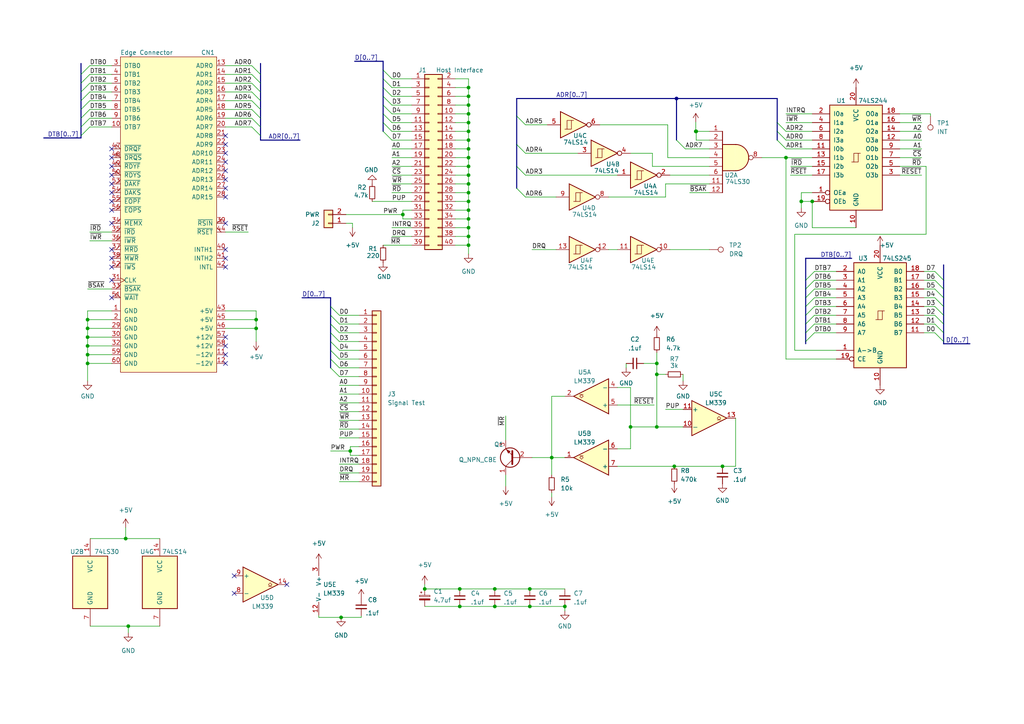
<source format=kicad_sch>
(kicad_sch (version 20211123) (generator eeschema)
  (paper "A4")
  (title_block (title "QX-10/16 WD1002 Host Interface") (date "2022-04-10") (rev "1.0"))
  (bus_alias "DTBUS" (members "DTB_{0}" "DTB_{1}" "DTB_{2}" "DTB_{3}" "DTB_{4}" "DTB_{5}" "DTB_{6}" "DTB_{7}"))
  (junction (at 133.35 170.815))
  (junction (at 153.67 175.895))
  (junction (at 235.585 58.42))
  (junction (at 135.89 27.94))
  (junction (at 196.215 28.575))
  (junction (at 135.89 43.18))
  (junction (at 143.51 170.815))
  (junction (at 135.89 50.8))
  (junction (at 135.89 38.1))
  (junction (at 135.89 40.64))
  (junction (at 135.89 58.42))
  (junction (at 135.89 60.96))
  (junction (at 133.35 175.895))
  (junction (at 25.4 97.79))
  (junction (at 201.803 38.1))
  (junction (at 25.4 102.87))
  (junction (at 74.295 95.25))
  (junction (at 37.211 181.61))
  (junction (at 135.89 33.02))
  (junction (at 201.93 38.1))
  (junction (at 190.5 105.41))
  (junction (at 25.4 105.41))
  (junction (at 135.89 66.04))
  (junction (at 123.19 170.815))
  (junction (at 163.83 175.895))
  (junction (at 135.89 35.56))
  (junction (at 98.933 179.07))
  (junction (at 195.58 135.255))
  (junction (at 25.4 100.33))
  (junction (at 25.4 92.71))
  (junction (at 190.5 123.825))
  (junction (at 135.89 25.4))
  (junction (at 135.89 53.34))
  (junction (at 143.51 175.895))
  (junction (at 135.89 55.88))
  (junction (at 36.449 156.21))
  (junction (at 135.89 71.12))
  (junction (at 74.295 92.71))
  (junction (at 101.6 130.81))
  (junction (at 160.02 132.715))
  (junction (at 135.89 45.72))
  (junction (at 232.41 58.42))
  (junction (at 209.55 135.255))
  (junction (at 135.89 30.48))
  (junction (at 25.4 95.25))
  (junction (at 116.84 62.23))
  (junction (at 135.89 63.5))
  (junction (at 135.89 48.26))
  (junction (at 153.67 170.815))
  (junction (at 227.965 45.72))
  (junction (at 182.88 123.825))
  (junction (at 190.5 108.585))
  (junction (at 135.89 68.58))
  (no_connect (at 32.385 72.39))
  (no_connect (at 32.385 74.93))
  (no_connect (at 32.385 77.47))
  (no_connect (at 32.385 53.34))
  (no_connect (at 32.385 55.88))
  (no_connect (at 32.385 58.42))
  (no_connect (at 32.385 60.96))
  (no_connect (at 32.385 64.77))
  (no_connect (at 32.385 43.18))
  (no_connect (at 32.385 45.72))
  (no_connect (at 32.385 48.26))
  (no_connect (at 32.385 50.8))
  (no_connect (at 65.405 44.45))
  (no_connect (at 65.405 72.39))
  (no_connect (at 65.405 77.47))
  (no_connect (at 65.405 74.93))
  (no_connect (at 65.405 57.15))
  (no_connect (at 65.405 54.61))
  (no_connect (at 65.405 52.07))
  (no_connect (at 65.405 49.53))
  (no_connect (at 65.405 46.99))
  (no_connect (at 65.405 39.37))
  (no_connect (at 65.405 41.91))
  (no_connect (at 83.185 169.545))
  (no_connect (at 67.945 172.085))
  (no_connect (at 32.385 81.28))
  (no_connect (at 32.385 86.36))
  (no_connect (at 67.945 167.005))
  (no_connect (at 65.405 105.41))
  (no_connect (at 65.405 102.87))
  (no_connect (at 65.405 97.79))
  (no_connect (at 65.405 100.33))
  (no_connect (at 65.405 64.77))
  (bus_entry (at 23.495 24.13) (size 2.54 -2.54))
  (bus_entry (at 23.495 34.29) (size 2.54 -2.54))
  (bus_entry (at 73.025 31.75) (size 2.54 2.54))
  (bus_entry (at 95.885 96.52) (size 2.54 2.54))
  (bus_entry (at 271.145 93.98) (size 2.54 2.54))
  (bus_entry (at 271.145 88.9) (size 2.54 2.54))
  (bus_entry (at 23.495 39.37) (size 2.54 -2.54))
  (bus_entry (at 73.025 21.59) (size 2.54 2.54))
  (bus_entry (at 23.495 21.59) (size 2.54 -2.54))
  (bus_entry (at 95.885 99.06) (size 2.54 2.54))
  (bus_entry (at 73.025 36.83) (size 2.54 2.54))
  (bus_entry (at 271.145 96.52) (size 2.54 2.54))
  (bus_entry (at 95.885 106.68) (size 2.54 2.54))
  (bus_entry (at 233.68 86.36) (size 2.54 -2.54))
  (bus_entry (at 111.125 25.4) (size 2.54 2.54))
  (bus_entry (at 111.125 27.94) (size 2.54 2.54))
  (bus_entry (at 111.125 38.1) (size 2.54 2.54))
  (bus_entry (at 111.125 20.32) (size 2.54 2.54))
  (bus_entry (at 111.125 22.86) (size 2.54 2.54))
  (bus_entry (at 111.125 35.56) (size 2.54 2.54))
  (bus_entry (at 111.125 33.02) (size 2.54 2.54))
  (bus_entry (at 111.125 30.48) (size 2.54 2.54))
  (bus_entry (at 73.025 19.05) (size 2.54 2.54))
  (bus_entry (at 95.885 101.6) (size 2.54 2.54))
  (bus_entry (at 271.145 91.44) (size 2.54 2.54))
  (bus_entry (at 95.885 93.98) (size 2.54 2.54))
  (bus_entry (at 233.68 88.9) (size 2.54 -2.54))
  (bus_entry (at 271.145 83.82) (size 2.54 2.54))
  (bus_entry (at 23.495 26.67) (size 2.54 -2.54))
  (bus_entry (at 95.885 88.9) (size 2.54 2.54))
  (bus_entry (at 233.68 83.82) (size 2.54 -2.54))
  (bus_entry (at 73.025 34.29) (size 2.54 2.54))
  (bus_entry (at 95.885 104.14) (size 2.54 2.54))
  (bus_entry (at 73.025 29.21) (size 2.54 2.54))
  (bus_entry (at 95.885 91.44) (size 2.54 2.54))
  (bus_entry (at 271.145 86.36) (size 2.54 2.54))
  (bus_entry (at 198.755 43.18) (size -2.54 -2.54))
  (bus_entry (at 227.965 43.18) (size -2.54 -2.54))
  (bus_entry (at 227.965 40.64) (size -2.54 -2.54))
  (bus_entry (at 227.965 38.1) (size -2.54 -2.54))
  (bus_entry (at 233.68 93.98) (size 2.54 -2.54))
  (bus_entry (at 271.145 78.74) (size 2.54 2.54))
  (bus_entry (at 233.68 81.28) (size 2.54 -2.54))
  (bus_entry (at 23.495 29.21) (size 2.54 -2.54))
  (bus_entry (at 271.145 81.28) (size 2.54 2.54))
  (bus_entry (at 23.495 36.83) (size 2.54 -2.54))
  (bus_entry (at 233.68 99.06) (size 2.54 -2.54))
  (bus_entry (at 149.86 33.655) (size 2.54 2.54))
  (bus_entry (at 149.86 41.91) (size 2.54 2.54))
  (bus_entry (at 149.86 48.26) (size 2.54 2.54))
  (bus_entry (at 149.86 54.61) (size 2.54 2.54))
  (bus_entry (at 73.025 26.67) (size 2.54 2.54))
  (bus_entry (at 233.68 91.44) (size 2.54 -2.54))
  (bus_entry (at 73.025 24.13) (size 2.54 2.54))
  (bus_entry (at 23.495 31.75) (size 2.54 -2.54))
  (bus_entry (at 233.68 96.52) (size 2.54 -2.54))
  (bus (pts (xy 233.68 74.93) (xy 247.015 74.93)))
  (wire (pts (xy 74.295 92.71) (xy 74.295 95.25)))
  (wire (pts (xy 182.88 123.825) (xy 182.88 130.175)))
  (wire (pts (xy 26.035 24.13) (xy 32.385 24.13)))
  (wire (pts (xy 113.665 48.26) (xy 119.38 48.26)))
  (bus (pts (xy 87.63 86.36) (xy 95.885 86.36)))
  (bus (pts (xy 75.565 18.415) (xy 75.565 21.59)))
  (wire (pts (xy 132.08 38.1) (xy 135.89 38.1)))
  (wire (pts (xy 25.4 92.71) (xy 32.385 92.71)))
  (wire (pts (xy 236.22 78.74) (xy 242.57 78.74)))
  (wire (pts (xy 143.51 170.815) (xy 153.67 170.815)))
  (wire (pts (xy 176.53 57.15) (xy 193.04 57.15)))
  (wire (pts (xy 260.985 43.18) (xy 267.335 43.18)))
  (wire (pts (xy 132.08 45.72) (xy 135.89 45.72)))
  (wire (pts (xy 26.035 31.75) (xy 32.385 31.75)))
  (wire (pts (xy 65.405 29.21) (xy 73.025 29.21)))
  (wire (pts (xy 132.08 58.42) (xy 135.89 58.42)))
  (wire (pts (xy 101.6 129.54) (xy 101.6 130.81)))
  (wire (pts (xy 205.74 53.34) (xy 193.04 53.34)))
  (bus (pts (xy 225.425 38.1) (xy 225.425 35.56)))
  (bus (pts (xy 273.685 86.36) (xy 273.685 88.9)))
  (bus (pts (xy 75.565 31.75) (xy 75.565 34.29)))
  (bus (pts (xy 111.125 20.32) (xy 111.125 17.78)))
  (wire (pts (xy 160.02 114.935) (xy 160.02 132.715)))
  (wire (pts (xy 227.965 33.02) (xy 235.585 33.02)))
  (wire (pts (xy 119.38 60.96) (xy 116.84 60.96)))
  (wire (pts (xy 65.405 36.83) (xy 73.025 36.83)))
  (wire (pts (xy 229.235 50.8) (xy 235.585 50.8)))
  (wire (pts (xy 98.425 137.16) (xy 104.14 137.16)))
  (wire (pts (xy 135.89 33.02) (xy 135.89 35.56)))
  (wire (pts (xy 260.985 50.8) (xy 267.335 50.8)))
  (wire (pts (xy 132.08 55.88) (xy 135.89 55.88)))
  (wire (pts (xy 65.405 92.71) (xy 74.295 92.71)))
  (bus (pts (xy 273.685 96.52) (xy 273.685 99.06)))
  (wire (pts (xy 65.405 90.17) (xy 74.295 90.17)))
  (wire (pts (xy 179.07 135.255) (xy 195.58 135.255)))
  (wire (pts (xy 132.08 53.34) (xy 135.89 53.34)))
  (wire (pts (xy 98.425 119.38) (xy 104.14 119.38)))
  (wire (pts (xy 132.08 68.58) (xy 135.89 68.58)))
  (wire (pts (xy 198.755 43.18) (xy 205.74 43.18)))
  (bus (pts (xy 75.565 40.64) (xy 86.995 40.64)))
  (bus (pts (xy 95.885 91.44) (xy 95.885 88.9)))
  (wire (pts (xy 260.985 45.72) (xy 267.335 45.72)))
  (wire (pts (xy 65.405 95.25) (xy 74.295 95.25)))
  (bus (pts (xy 273.685 91.44) (xy 273.685 93.98)))
  (bus (pts (xy 75.565 24.13) (xy 75.565 26.67)))
  (wire (pts (xy 113.665 55.88) (xy 119.38 55.88)))
  (wire (pts (xy 190.5 123.825) (xy 198.12 123.825)))
  (wire (pts (xy 267.97 91.44) (xy 271.145 91.44)))
  (wire (pts (xy 260.985 40.64) (xy 267.335 40.64)))
  (wire (pts (xy 111.125 71.12) (xy 119.38 71.12)))
  (wire (pts (xy 25.4 83.82) (xy 32.385 83.82)))
  (wire (pts (xy 267.97 93.98) (xy 271.145 93.98)))
  (bus (pts (xy 95.885 96.52) (xy 95.885 93.98)))
  (bus (pts (xy 149.86 28.575) (xy 196.215 28.575)))
  (bus (pts (xy 233.68 83.82) (xy 233.68 86.36)))
  (wire (pts (xy 260.985 33.02) (xy 269.875 33.02)))
  (wire (pts (xy 123.19 170.815) (xy 133.35 170.815)))
  (wire (pts (xy 65.405 19.05) (xy 73.025 19.05)))
  (wire (pts (xy 101.6 130.81) (xy 101.6 132.08)))
  (wire (pts (xy 152.4 50.8) (xy 179.07 50.8)))
  (wire (pts (xy 98.425 121.92) (xy 104.14 121.92)))
  (wire (pts (xy 113.665 45.72) (xy 119.38 45.72)))
  (bus (pts (xy 111.125 27.94) (xy 111.125 25.4)))
  (wire (pts (xy 236.22 81.28) (xy 242.57 81.28)))
  (wire (pts (xy 163.83 132.715) (xy 160.02 132.715)))
  (bus (pts (xy 233.68 81.28) (xy 233.68 83.82)))
  (bus (pts (xy 273.685 99.695) (xy 281.305 99.695)))
  (wire (pts (xy 267.97 86.36) (xy 271.145 86.36)))
  (wire (pts (xy 74.295 95.25) (xy 74.295 99.06)))
  (bus (pts (xy 233.68 99.06) (xy 233.68 99.695)))
  (wire (pts (xy 102.235 64.77) (xy 102.235 66.04)))
  (wire (pts (xy 135.89 38.1) (xy 135.89 40.64)))
  (wire (pts (xy 194.31 50.8) (xy 205.74 50.8)))
  (wire (pts (xy 98.933 179.07) (xy 104.775 179.07)))
  (wire (pts (xy 25.4 97.79) (xy 25.4 100.33)))
  (bus (pts (xy 75.565 21.59) (xy 75.565 24.13)))
  (wire (pts (xy 100.33 62.23) (xy 116.84 62.23)))
  (wire (pts (xy 26.035 67.31) (xy 32.385 67.31)))
  (bus (pts (xy 273.685 83.82) (xy 273.685 86.36)))
  (wire (pts (xy 116.84 62.23) (xy 116.84 63.5)))
  (wire (pts (xy 163.83 114.935) (xy 160.02 114.935)))
  (wire (pts (xy 190.5 108.585) (xy 193.04 108.585)))
  (wire (pts (xy 132.08 30.48) (xy 135.89 30.48)))
  (wire (pts (xy 133.35 175.895) (xy 143.51 175.895)))
  (wire (pts (xy 132.08 48.26) (xy 135.89 48.26)))
  (wire (pts (xy 113.665 50.8) (xy 119.38 50.8)))
  (wire (pts (xy 232.41 58.42) (xy 232.41 60.325)))
  (wire (pts (xy 98.425 109.22) (xy 104.14 109.22)))
  (wire (pts (xy 236.22 96.52) (xy 242.57 96.52)))
  (bus (pts (xy 95.885 104.14) (xy 95.885 101.6)))
  (bus (pts (xy 225.425 40.64) (xy 225.425 38.1)))
  (wire (pts (xy 190.5 105.41) (xy 190.5 108.585)))
  (wire (pts (xy 201.803 38.1) (xy 201.803 35.433)))
  (bus (pts (xy 111.125 30.48) (xy 111.125 27.94)))
  (wire (pts (xy 135.89 43.18) (xy 135.89 45.72)))
  (wire (pts (xy 227.965 45.72) (xy 227.965 104.14)))
  (wire (pts (xy 190.5 108.585) (xy 190.5 123.825)))
  (wire (pts (xy 205.74 38.1) (xy 201.93 38.1)))
  (wire (pts (xy 267.97 81.28) (xy 271.145 81.28)))
  (wire (pts (xy 227.965 104.14) (xy 242.57 104.14)))
  (bus (pts (xy 23.495 39.37) (xy 23.495 40.005)))
  (wire (pts (xy 135.89 22.86) (xy 135.89 25.4)))
  (wire (pts (xy 74.295 90.17) (xy 74.295 92.71)))
  (wire (pts (xy 133.35 170.815) (xy 143.51 170.815)))
  (bus (pts (xy 23.495 26.67) (xy 23.495 29.21)))
  (wire (pts (xy 113.665 66.04) (xy 119.38 66.04)))
  (wire (pts (xy 98.425 124.46) (xy 104.14 124.46)))
  (wire (pts (xy 152.4 44.45) (xy 167.64 44.45)))
  (wire (pts (xy 65.405 21.59) (xy 73.025 21.59)))
  (bus (pts (xy 149.86 54.61) (xy 149.86 48.26)))
  (bus (pts (xy 95.885 88.9) (xy 95.885 86.36)))
  (wire (pts (xy 132.08 66.04) (xy 135.89 66.04)))
  (wire (pts (xy 260.985 48.26) (xy 268.605 48.26)))
  (wire (pts (xy 132.08 43.18) (xy 135.89 43.18)))
  (wire (pts (xy 132.08 71.12) (xy 135.89 71.12)))
  (wire (pts (xy 123.19 175.895) (xy 133.35 175.895)))
  (wire (pts (xy 154.305 132.715) (xy 160.02 132.715)))
  (wire (pts (xy 132.08 22.86) (xy 135.89 22.86)))
  (bus (pts (xy 273.685 88.9) (xy 273.685 91.44)))
  (wire (pts (xy 235.585 58.42) (xy 235.585 66.04)))
  (wire (pts (xy 113.665 38.1) (xy 119.38 38.1)))
  (wire (pts (xy 36.449 156.21) (xy 46.355 156.21)))
  (wire (pts (xy 132.08 63.5) (xy 135.89 63.5)))
  (wire (pts (xy 135.89 53.34) (xy 135.89 55.88)))
  (bus (pts (xy 111.125 35.56) (xy 111.125 33.02)))
  (wire (pts (xy 236.22 91.44) (xy 242.57 91.44)))
  (wire (pts (xy 132.08 35.56) (xy 135.89 35.56)))
  (bus (pts (xy 225.425 35.56) (xy 225.425 28.575)))
  (wire (pts (xy 26.162 181.61) (xy 37.211 181.61)))
  (bus (pts (xy 233.68 96.52) (xy 233.68 99.06)))
  (wire (pts (xy 25.4 95.25) (xy 32.385 95.25)))
  (wire (pts (xy 26.035 21.59) (xy 32.385 21.59)))
  (wire (pts (xy 135.89 66.04) (xy 135.89 68.58)))
  (wire (pts (xy 132.08 25.4) (xy 135.89 25.4)))
  (bus (pts (xy 23.495 36.83) (xy 23.495 39.37)))
  (wire (pts (xy 25.4 97.79) (xy 32.385 97.79)))
  (wire (pts (xy 236.22 86.36) (xy 242.57 86.36)))
  (wire (pts (xy 25.4 105.41) (xy 25.4 110.49)))
  (bus (pts (xy 75.565 36.83) (xy 75.565 39.37)))
  (wire (pts (xy 98.425 91.44) (xy 104.14 91.44)))
  (wire (pts (xy 113.665 25.4) (xy 119.38 25.4)))
  (wire (pts (xy 209.55 135.255) (xy 213.36 135.255)))
  (wire (pts (xy 232.41 55.88) (xy 232.41 58.42)))
  (wire (pts (xy 98.425 106.68) (xy 104.14 106.68)))
  (wire (pts (xy 220.98 45.72) (xy 227.965 45.72)))
  (wire (pts (xy 26.035 19.05) (xy 32.385 19.05)))
  (wire (pts (xy 132.08 50.8) (xy 135.89 50.8)))
  (wire (pts (xy 113.665 27.94) (xy 119.38 27.94)))
  (bus (pts (xy 196.215 28.575) (xy 196.215 40.64)))
  (wire (pts (xy 152.4 57.15) (xy 161.29 57.15)))
  (wire (pts (xy 205.74 48.26) (xy 189.23 48.26)))
  (wire (pts (xy 101.6 132.08) (xy 104.14 132.08)))
  (wire (pts (xy 201.93 40.64) (xy 205.74 40.64)))
  (wire (pts (xy 182.88 44.45) (xy 189.23 44.45)))
  (wire (pts (xy 135.89 55.88) (xy 135.89 58.42)))
  (wire (pts (xy 232.41 58.42) (xy 235.585 58.42)))
  (wire (pts (xy 146.685 137.795) (xy 146.685 140.97)))
  (bus (pts (xy 23.495 34.29) (xy 23.495 36.83)))
  (wire (pts (xy 200.025 55.88) (xy 205.74 55.88)))
  (bus (pts (xy 23.495 21.59) (xy 23.495 24.13)))
  (wire (pts (xy 176.53 72.39) (xy 179.07 72.39)))
  (wire (pts (xy 107.95 58.42) (xy 119.38 58.42)))
  (wire (pts (xy 230.505 67.945) (xy 268.605 67.945)))
  (wire (pts (xy 98.425 116.84) (xy 104.14 116.84)))
  (bus (pts (xy 233.68 88.9) (xy 233.68 91.44)))
  (wire (pts (xy 102.235 64.77) (xy 100.33 64.77)))
  (wire (pts (xy 98.425 99.06) (xy 104.14 99.06)))
  (bus (pts (xy 95.885 106.68) (xy 95.885 104.14)))
  (bus (pts (xy 75.565 26.67) (xy 75.565 29.21)))
  (bus (pts (xy 12.7 40.005) (xy 23.495 40.005)))
  (wire (pts (xy 235.585 55.88) (xy 232.41 55.88)))
  (wire (pts (xy 193.04 57.15) (xy 193.04 53.34)))
  (wire (pts (xy 135.89 25.4) (xy 135.89 27.94)))
  (wire (pts (xy 229.362 48.26) (xy 235.585 48.26)))
  (wire (pts (xy 267.97 78.74) (xy 271.145 78.74)))
  (wire (pts (xy 268.605 48.26) (xy 268.605 67.945)))
  (bus (pts (xy 23.495 24.13) (xy 23.495 26.67)))
  (wire (pts (xy 37.211 181.61) (xy 46.355 181.61)))
  (wire (pts (xy 153.67 170.815) (xy 163.83 170.815)))
  (bus (pts (xy 225.425 28.575) (xy 196.215 28.575)))
  (wire (pts (xy 154.305 72.39) (xy 161.29 72.39)))
  (bus (pts (xy 95.885 93.98) (xy 95.885 91.44)))
  (wire (pts (xy 116.84 63.5) (xy 119.38 63.5)))
  (wire (pts (xy 163.83 175.895) (xy 163.83 177.165)))
  (wire (pts (xy 193.675 36.195) (xy 193.675 45.72)))
  (wire (pts (xy 37.211 181.61) (xy 37.211 183.515)))
  (wire (pts (xy 194.31 72.39) (xy 205.74 72.39)))
  (bus (pts (xy 23.495 18.415) (xy 23.495 21.59)))
  (bus (pts (xy 23.495 29.21) (xy 23.495 31.75)))
  (wire (pts (xy 65.405 31.75) (xy 73.025 31.75)))
  (wire (pts (xy 143.51 175.895) (xy 153.67 175.895)))
  (wire (pts (xy 267.97 88.9) (xy 271.145 88.9)))
  (wire (pts (xy 179.07 130.175) (xy 182.88 130.175)))
  (bus (pts (xy 111.125 33.02) (xy 111.125 30.48)))
  (bus (pts (xy 149.86 48.26) (xy 149.86 41.91)))
  (wire (pts (xy 104.14 129.54) (xy 101.6 129.54)))
  (wire (pts (xy 236.22 83.82) (xy 242.57 83.82)))
  (wire (pts (xy 113.665 53.34) (xy 119.38 53.34)))
  (wire (pts (xy 98.425 134.62) (xy 104.14 134.62)))
  (wire (pts (xy 116.84 60.96) (xy 116.84 62.23)))
  (wire (pts (xy 26.035 26.67) (xy 32.385 26.67)))
  (wire (pts (xy 25.4 92.71) (xy 25.4 95.25)))
  (wire (pts (xy 235.585 45.72) (xy 227.965 45.72)))
  (wire (pts (xy 25.4 105.41) (xy 32.385 105.41)))
  (wire (pts (xy 98.425 101.6) (xy 104.14 101.6)))
  (bus (pts (xy 23.495 31.75) (xy 23.495 34.29)))
  (wire (pts (xy 135.89 30.48) (xy 135.89 33.02)))
  (wire (pts (xy 132.08 27.94) (xy 135.89 27.94)))
  (wire (pts (xy 25.4 102.87) (xy 32.385 102.87)))
  (wire (pts (xy 135.89 58.42) (xy 135.89 60.96)))
  (bus (pts (xy 111.125 38.1) (xy 111.125 35.56)))
  (wire (pts (xy 98.425 114.3) (xy 104.14 114.3)))
  (wire (pts (xy 25.4 90.17) (xy 32.385 90.17)))
  (wire (pts (xy 65.405 24.13) (xy 73.025 24.13)))
  (wire (pts (xy 123.19 169.545) (xy 123.19 170.815)))
  (wire (pts (xy 135.89 60.96) (xy 135.89 63.5)))
  (bus (pts (xy 273.685 99.06) (xy 273.685 99.695)))
  (wire (pts (xy 181.61 105.41) (xy 181.61 106.68)))
  (wire (pts (xy 236.22 93.98) (xy 242.57 93.98)))
  (wire (pts (xy 190.5 102.235) (xy 190.5 105.41)))
  (bus (pts (xy 102.87 17.78) (xy 111.125 17.78)))
  (wire (pts (xy 267.97 83.82) (xy 271.145 83.82)))
  (wire (pts (xy 65.405 26.67) (xy 73.025 26.67)))
  (wire (pts (xy 26.035 36.83) (xy 32.385 36.83)))
  (wire (pts (xy 25.4 100.33) (xy 25.4 102.87)))
  (wire (pts (xy 135.89 27.94) (xy 135.89 30.48)))
  (wire (pts (xy 182.88 123.825) (xy 190.5 123.825)))
  (wire (pts (xy 25.4 90.17) (xy 25.4 92.71)))
  (wire (pts (xy 26.035 29.21) (xy 32.385 29.21)))
  (wire (pts (xy 98.425 104.14) (xy 104.14 104.14)))
  (wire (pts (xy 104.775 179.07) (xy 104.775 178.562)))
  (bus (pts (xy 273.685 93.98) (xy 273.685 96.52)))
  (wire (pts (xy 213.36 121.285) (xy 213.36 135.255)))
  (wire (pts (xy 201.93 38.1) (xy 201.93 40.64)))
  (wire (pts (xy 146.685 120.65) (xy 146.685 127.635)))
  (wire (pts (xy 182.88 112.395) (xy 182.88 123.825)))
  (wire (pts (xy 135.89 68.58) (xy 135.89 71.12)))
  (wire (pts (xy 26.162 156.21) (xy 36.449 156.21)))
  (wire (pts (xy 160.02 132.715) (xy 160.02 137.795)))
  (wire (pts (xy 65.405 34.29) (xy 73.025 34.29)))
  (wire (pts (xy 198.12 108.585) (xy 198.12 110.49)))
  (wire (pts (xy 179.07 112.395) (xy 182.88 112.395)))
  (wire (pts (xy 92.456 178.435) (xy 92.456 179.07)))
  (wire (pts (xy 195.58 135.255) (xy 209.55 135.255)))
  (wire (pts (xy 98.425 111.76) (xy 104.14 111.76)))
  (wire (pts (xy 132.08 33.02) (xy 135.89 33.02)))
  (wire (pts (xy 132.08 40.64) (xy 135.89 40.64)))
  (wire (pts (xy 135.89 35.56) (xy 135.89 38.1)))
  (bus (pts (xy 111.125 22.86) (xy 111.125 20.32)))
  (bus (pts (xy 95.885 101.6) (xy 95.885 99.06)))
  (wire (pts (xy 36.449 153.035) (xy 36.449 156.21)))
  (wire (pts (xy 113.665 35.56) (xy 119.38 35.56)))
  (bus (pts (xy 75.565 29.21) (xy 75.565 31.75)))
  (bus (pts (xy 75.565 34.29) (xy 75.565 36.83)))
  (wire (pts (xy 227.965 40.64) (xy 235.585 40.64)))
  (wire (pts (xy 26.035 34.29) (xy 32.385 34.29)))
  (wire (pts (xy 236.22 88.9) (xy 242.57 88.9)))
  (wire (pts (xy 230.505 67.945) (xy 230.505 101.6)))
  (wire (pts (xy 135.89 71.12) (xy 135.89 73.66)))
  (wire (pts (xy 260.985 35.56) (xy 267.335 35.56)))
  (wire (pts (xy 113.665 30.48) (xy 119.38 30.48)))
  (wire (pts (xy 135.89 50.8) (xy 135.89 53.34)))
  (wire (pts (xy 98.425 96.52) (xy 104.14 96.52)))
  (wire (pts (xy 179.07 117.475) (xy 189.738 117.475)))
  (bus (pts (xy 149.86 33.655) (xy 149.86 28.575)))
  (wire (pts (xy 113.665 43.18) (xy 119.38 43.18)))
  (wire (pts (xy 26.035 69.85) (xy 32.385 69.85)))
  (wire (pts (xy 267.97 96.52) (xy 271.145 96.52)))
  (wire (pts (xy 92.456 179.07) (xy 98.933 179.07)))
  (wire (pts (xy 113.665 40.64) (xy 119.38 40.64)))
  (wire (pts (xy 189.23 44.45) (xy 189.23 48.26)))
  (wire (pts (xy 25.4 100.33) (xy 32.385 100.33)))
  (bus (pts (xy 75.565 39.37) (xy 75.565 40.64)))
  (wire (pts (xy 186.69 105.41) (xy 190.5 105.41)))
  (wire (pts (xy 113.665 33.02) (xy 119.38 33.02)))
  (wire (pts (xy 193.675 36.195) (xy 173.99 36.195)))
  (wire (pts (xy 152.4 36.195) (xy 158.75 36.195)))
  (bus (pts (xy 273.685 81.28) (xy 273.685 83.82)))
  (bus (pts (xy 233.68 74.93) (xy 233.68 81.28)))
  (wire (pts (xy 65.405 67.31) (xy 72.009 67.31)))
  (wire (pts (xy 153.67 175.895) (xy 163.83 175.895)))
  (wire (pts (xy 25.4 102.87) (xy 25.4 105.41)))
  (wire (pts (xy 135.89 45.72) (xy 135.89 48.26)))
  (wire (pts (xy 135.89 40.64) (xy 135.89 43.18)))
  (wire (pts (xy 135.89 48.26) (xy 135.89 50.8)))
  (wire (pts (xy 132.08 60.96) (xy 135.89 60.96)))
  (wire (pts (xy 135.89 63.5) (xy 135.89 66.04)))
  (bus (pts (xy 111.125 25.4) (xy 111.125 22.86)))
  (wire (pts (xy 227.965 43.18) (xy 235.585 43.18)))
  (bus (pts (xy 233.68 86.36) (xy 233.68 88.9)))
  (bus (pts (xy 233.68 91.44) (xy 233.68 93.98)))
  (bus (pts (xy 95.885 99.06) (xy 95.885 96.52)))
  (wire (pts (xy 201.93 38.1) (xy 201.803 38.1)))
  (wire (pts (xy 235.585 66.04) (xy 248.285 66.04)))
  (wire (pts (xy 230.505 101.6) (xy 242.57 101.6)))
  (wire (pts (xy 113.665 22.86) (xy 119.38 22.86)))
  (wire (pts (xy 98.425 127) (xy 104.14 127)))
  (wire (pts (xy 95.885 130.81) (xy 101.6 130.81)))
  (wire (pts (xy 269.875 33.02) (xy 269.875 33.655)))
  (wire (pts (xy 193.675 45.72) (xy 205.74 45.72)))
  (bus (pts (xy 233.68 93.98) (xy 233.68 96.52)))
  (bus (pts (xy 149.86 41.91) (xy 149.86 33.655)))
  (wire (pts (xy 227.965 38.1) (xy 235.585 38.1)))
  (wire (pts (xy 160.02 142.875) (xy 160.02 144.145)))
  (wire (pts (xy 98.425 139.7) (xy 104.14 139.7)))
  (wire (pts (xy 227.965 35.56) (xy 235.585 35.56)))
  (wire (pts (xy 25.4 95.25) (xy 25.4 97.79)))
  (wire (pts (xy 193.04 118.745) (xy 198.12 118.745)))
  (wire (pts (xy 260.985 38.1) (xy 267.335 38.1)))
  (wire (pts (xy 98.425 93.98) (xy 104.14 93.98)))
  (bus (pts (xy 273.685 76.835) (xy 273.685 81.28)))
  (wire (pts (xy 113.665 68.58) (xy 119.38 68.58)))
  (label "D0" (at 98.425 91.44 0))
  (label "ADR0" (at 73.025 19.05 180))
  (label "ADR[0..7]" (at 161.29 28.575 0))
  (label "ADR1" (at 227.965 43.18 0))
  (label "D4" (at 113.665 33.02 0))
  (label "PUP" (at 113.665 58.42 0))
  (label "ADR2" (at 73.025 24.13 180))
  (label "~{WR}" (at 113.665 53.34 0))
  (label "ADR3" (at 73.025 26.67 180))
  (label "~{RD}" (at 98.425 124.46 0))
  (label "D3" (at 98.425 99.06 0))
  (label "D[0..7]" (at 274.32 99.695 0))
  (label "DTB4" (at 26.035 29.21 0))
  (label "ADR7" (at 198.755 43.18 0))
  (label "A1" (at 267.335 43.18 180))
  (label "A1" (at 98.425 114.3 0))
  (label "ADR5" (at 73.025 31.75 180))
  (label "D7" (at 113.665 40.64 0))
  (label "D7" (at 98.425 109.22 0))
  (label "DTB6" (at 236.22 81.28 0))
  (label "DTB6" (at 26.035 34.29 0))
  (label "A0" (at 267.335 40.64 180))
  (label "D1" (at 268.605 93.98 0))
  (label "DRQ" (at 154.305 72.39 0))
  (label "ADR3" (at 152.4 50.8 0))
  (label "D2" (at 268.605 91.44 0))
  (label "A2" (at 113.665 48.26 0))
  (label "DTB3" (at 236.22 88.9 0))
  (label "D1" (at 98.425 93.98 0))
  (label "PUP" (at 98.425 127 0))
  (label "D2" (at 113.665 27.94 0))
  (label "~{CS}" (at 98.425 119.38 0))
  (label "D0" (at 268.605 96.52 0))
  (label "DTB2" (at 236.22 91.44 0))
  (label "DTB0" (at 236.22 96.52 0))
  (label "ADR6" (at 73.025 34.29 180))
  (label "PWR" (at 95.885 130.81 0))
  (label "ADR2" (at 227.965 38.1 0))
  (label "D7" (at 268.605 78.74 0))
  (label "~{CS}" (at 267.335 45.72 180))
  (label "~{CS}" (at 113.665 50.8 0))
  (label "ADR0" (at 227.965 40.64 0))
  (label "ADR7" (at 73.025 36.83 180))
  (label "D2" (at 98.425 96.52 0))
  (label "~{MR}" (at 98.425 139.7 0))
  (label "ADR6" (at 152.4 57.15 0))
  (label "D6" (at 98.425 106.68 0))
  (label "A1" (at 113.665 45.72 0))
  (label "DTB[0..7]" (at 247.015 74.93 180))
  (label "DTB5" (at 236.22 83.82 0))
  (label "INTRQ" (at 98.425 134.62 0))
  (label "~{RESET}" (at 189.738 117.475 180))
  (label "D5" (at 98.425 104.14 0))
  (label "DTB0" (at 26.035 19.05 0))
  (label "D4" (at 268.605 86.36 0))
  (label "D1" (at 113.665 25.4 0))
  (label "D3" (at 113.665 30.48 0))
  (label "DTB2" (at 26.035 24.13 0))
  (label "D6" (at 113.665 38.1 0))
  (label "D5" (at 113.665 35.56 0))
  (label "DTB3" (at 26.035 26.67 0))
  (label "~{RD}" (at 113.665 55.88 0))
  (label "DTB[0..7]" (at 22.86 40.005 180))
  (label "A2" (at 98.425 116.84 0))
  (label "~{BSAK}" (at 25.4 83.82 0))
  (label "D[0..7]" (at 87.63 86.36 0))
  (label "DTB1" (at 236.22 93.98 0))
  (label "ADR4" (at 152.4 44.45 0))
  (label "D5" (at 268.605 83.82 0))
  (label "DTB7" (at 236.22 78.74 0))
  (label "DRQ" (at 113.665 68.58 0))
  (label "~{IWR}" (at 227.965 35.56 0))
  (label "~{IRD}" (at 229.362 48.26 0))
  (label "~{MR}" (at 113.284 71.12 0))
  (label "ADR5" (at 152.4 36.195 0))
  (label "~{IWR}" (at 26.035 69.85 0))
  (label "DRQ" (at 98.425 137.16 0))
  (label "DTB1" (at 26.035 21.59 0))
  (label "DTB5" (at 26.035 31.75 0))
  (label "DTB4" (at 236.22 86.36 0))
  (label "A0" (at 98.425 111.76 0))
  (label "INTRQ" (at 227.965 33.02 0))
  (label "D4" (at 98.425 101.6 0))
  (label "~{RSET}" (at 72.009 67.31 180))
  (label "~{RESET}" (at 267.335 50.8 180))
  (label "A0" (at 113.665 43.18 0))
  (label "ADR1" (at 73.025 21.59 180))
  (label "INTRQ" (at 113.665 66.04 0))
  (label "~{IRD}" (at 26.035 67.31 0))
  (label "D6" (at 268.605 81.28 0))
  (label "D3" (at 268.605 88.9 0))
  (label "~{WR}" (at 98.425 121.92 0))
  (label "D[0..7]" (at 102.87 17.78 0))
  (label "~{BSAK}" (at 200.025 55.88 0))
  (label "~{RD}" (at 267.208 48.26 180))
  (label "ADR[0..7]" (at 86.995 40.64 180))
  (label "PWR" (at 111.125 62.23 0))
  (label "~{MR}" (at 146.685 120.65 270))
  (label "D0" (at 113.665 22.86 0))
  (label "~{WR}" (at 267.335 35.56 180))
  (label "~{RSET}" (at 229.235 50.8 0))
  (label "ADR4" (at 73.025 29.21 180))
  (label "A2" (at 267.335 38.1 180))
  (label "PUP" (at 193.04 118.745 0))
  (label "DTB7" (at 26.035 36.83 0))
  (symbol (lib_id "QX10:QX10_Bus") (at 43.815 11.43 0) (unit 1)
    (property "Reference" "CN1" (at 60.325 15.24 0))
    (property "Value" "Edge Connector" (at 42.545 15.24 0))
    (property "Footprint" "qx10:BUS_QX10" (effects hide))
  )
  (symbol (lib_id "Device:C_Small") (at 153.67 173.355 0) (unit 1)
    (property "Reference" "C6" (at 156.21 172.0912 0) (effects (justify left)))
    (property "Value" ".1uf" (at 156.21 174.6312 0) (effects (justify left)))
    (property "Footprint" "Capacitor_THT:C_Axial_L5.1mm_D3.1mm_P7.50mm_Horizontal" (effects hide))
    (property "Digikey" "399-15287-1-ND" (effects hide))
    (property "MFN" "C412C104M1U5TA7200" (effects hide))
  )
  (symbol (lib_id "Connector:TestPoint") (at 205.74 72.39 270) (unit 1)
    (property "Reference" "TP2" (at 211.455 71.1199 90) (effects (justify left)))
    (property "Value" "DRQ" (at 211.455 73.6599 90) (effects (justify left)))
    (property "Footprint" "TestPoint:TestPoint_THTPad_D2.0mm_Drill1.0mm" (effects hide))
  )
  (symbol (lib_id "Device:R_Small") (at 160.02 140.335 0) (unit 1)
    (property "Reference" "R5" (at 162.56 139.0649 0) (effects (justify left)))
    (property "Value" "10k" (at 162.56 141.6049 0) (effects (justify left)))
    (property "Footprint" "Resistor_THT:R_Axial_DIN0207_L6.3mm_D2.5mm_P7.62mm_Horizontal" (effects hide))
    (property "Digikey" "CF14JT10K0CT-ND" (effects hide))
    (property "MFN" "CF14JT10K0" (effects hide))
  )
  (symbol (lib_id "74xx:74LS245") (at 255.27 91.44 0) (unit 1)
    (property "Reference" "U3" (at 248.92 74.93 0) (effects (justify left)))
    (property "Value" "74LS245" (at 255.905 74.93 0) (effects (justify left)))
    (property "Footprint" "Package_DIP:DIP-20_W7.62mm_LongPads" (effects hide))
    (property "Datasheet" "http://www.ti.com/lit/gpn/sn74LS245" (effects hide))
    (property "Digikey" "296-1655-5-ND" (effects hide))
    (property "MFN" "SN74LS245N" (effects hide))
  )
  (symbol (lib_id "Device:C_Small") (at 209.55 137.795 0) (unit 1)
    (property "Reference" "C3" (at 212.598 136.5312 0) (effects (justify left)))
    (property "Value" ".1uf" (at 212.598 139.0712 0) (effects (justify left)))
    (property "Footprint" "Capacitor_THT:C_Axial_L5.1mm_D3.1mm_P7.50mm_Horizontal" (effects hide))
    (property "Digikey" "399-15287-1-ND" (effects hide))
    (property "MFN" "C412C104M1U5TA7200" (effects hide))
  )
  (symbol (lib_id "power:+5V") (at 190.5 97.155 0) (unit 1)
    (property "Reference" "#PWR04" (effects hide))
    (property "Value" "+5V" (at 190.5 91.567 0))
  )
  (symbol (lib_id "Comparator:LM339") (at 171.45 132.715 180) (unit 2)
    (property "Reference" "U5" (at 169.545 125.73 0))
    (property "Value" "LM339" (at 169.545 128.27 0))
    (property "Footprint" "Package_DIP:DIP-14_W7.62mm_LongPads" (effects hide))
    (property "Datasheet" "https://www.st.com/resource/en/datasheet/lm139.pdf" (effects hide))
    (property "Digikey" "296-LM339NE3-ND" (effects hide))
    (property "MFN" "LM339NE3" (effects hide))
  )
  (symbol (lib_id "Comparator:LM339") (at 205.74 121.285 0) (unit 3)
    (property "Reference" "U5" (at 207.645 114.3 0))
    (property "Value" "LM339" (at 207.645 116.84 0))
    (property "Footprint" "Package_DIP:DIP-14_W7.62mm_LongPads" (effects hide))
    (property "Datasheet" "https://www.st.com/resource/en/datasheet/lm139.pdf" (effects hide))
    (property "Digikey" "296-LM339NE3-ND" (effects hide))
    (property "MFN" "LM339NE3" (effects hide))
  )
  (symbol (lib_id "Comparator:LM339") (at 94.996 170.815 0) (unit 5)
    (property "Reference" "U5" (at 93.726 169.5449 0) (effects (justify left)))
    (property "Value" "LM339" (at 93.726 172.0849 0) (effects (justify left)))
    (property "Footprint" "Package_DIP:DIP-14_W7.62mm_LongPads" (effects hide))
    (property "Datasheet" "https://www.st.com/resource/en/datasheet/lm139.pdf" (effects hide))
    (property "Digikey" "296-LM339NE3-ND" (effects hide))
    (property "MFN" "LM339NE3" (effects hide))
  )
  (symbol (lib_id "power:GND") (at 209.55 140.335 0) (unit 1)
    (property "Reference" "#PWR06" (effects hide))
    (property "Value" "GND" (at 209.55 145.161 0))
  )
  (symbol (lib_id "74xx:74LS14") (at 186.69 50.8 0) (unit 1)
    (property "Reference" "U4" (at 188.595 53.975 0))
    (property "Value" "74LS14" (at 187.325 55.88 0))
    (property "Footprint" "Package_DIP:DIP-14_W7.62mm_LongPads" (effects hide))
    (property "Datasheet" "http://www.ti.com/lit/gpn/sn74LS14" (effects hide))
    (property "Digikey" "296-1643-5-ND" (effects hide))
    (property "MFN" "SN74LS14N" (effects hide))
  )
  (symbol (lib_id "74xx:74LS14") (at 46.355 168.91 0) (unit 7)
    (property "Reference" "U4" (at 40.64 160.02 0) (effects (justify left)))
    (property "Value" "74LS14" (at 46.99 160.02 0) (effects (justify left)))
    (property "Footprint" "Package_DIP:DIP-14_W7.62mm_LongPads" (effects hide))
    (property "Datasheet" "http://www.ti.com/lit/gpn/sn74LS14" (effects hide))
    (property "Digikey" "296-1643-5-ND" (effects hide))
    (property "MFN" "SN74LS14N" (effects hide))
  )
  (symbol (lib_id "74xx:74LS14") (at 186.69 72.39 0) (unit 5)
    (property "Reference" "U4" (at 187.96 75.565 0))
    (property "Value" "74LS14" (at 186.69 77.47 0))
    (property "Footprint" "Package_DIP:DIP-14_W7.62mm_LongPads" (effects hide))
    (property "Datasheet" "http://www.ti.com/lit/gpn/sn74LS14" (effects hide))
    (property "Digikey" "296-1643-5-ND" (effects hide))
    (property "MFN" "SN74LS14N" (effects hide))
  )
  (symbol (lib_id "Connector_Generic:Conn_01x20") (at 109.22 114.3 0) (unit 1)
    (property "Reference" "J3" (at 112.395 114.2999 0) (effects (justify left)))
    (property "Value" "Signal Test" (at 112.395 116.8399 0) (effects (justify left)))
    (property "Footprint" "Connector_PinHeader_2.54mm:PinHeader_1x20_P2.54mm_Vertical" (effects hide))
  )
  (symbol (lib_id "power:+5V") (at 36.449 153.035 0) (unit 1)
    (property "Reference" "#PWR011" (effects hide))
    (property "Value" "+5V" (at 36.449 147.955 0))
  )
  (symbol (lib_id "Device:R_Small") (at 195.58 137.795 0) (unit 1)
    (property "Reference" "R8" (at 197.358 136.5249 0) (effects (justify left)))
    (property "Value" "470k" (at 197.358 139.0649 0) (effects (justify left)))
    (property "Footprint" "Resistor_THT:R_Axial_DIN0207_L6.3mm_D2.5mm_P7.62mm_Horizontal" (effects hide))
    (property "Digikey" "RNV14FAL470KCT-ND" (effects hide))
    (property "MFN" "RNV14FAL470K" (effects hide))
  )
  (symbol (lib_id "power:+5V") (at 102.235 66.04 180) (unit 1)
    (property "Reference" "#PWR019" (effects hide))
    (property "Value" "+5V" (at 102.235 71.12 0))
  )
  (symbol (lib_id "power:+5V") (at 123.19 169.545 0) (unit 1)
    (property "Reference" "#PWR017" (effects hide))
    (property "Value" "+5V" (at 123.19 163.83 0))
  )
  (symbol (lib_id "74xx:74LS14") (at 168.91 72.39 0) (unit 6)
    (property "Reference" "U4" (at 170.18 75.565 0))
    (property "Value" "74LS14" (at 168.275 77.47 0))
    (property "Footprint" "Package_DIP:DIP-14_W7.62mm_LongPads" (effects hide))
    (property "Datasheet" "http://www.ti.com/lit/gpn/sn74LS14" (effects hide))
    (property "Digikey" "296-1643-5-ND" (effects hide))
    (property "MFN" "SN74LS14N" (effects hide))
  )
  (symbol (lib_id "power:GND") (at 232.41 60.325 0) (unit 1)
    (property "Reference" "#PWR03" (effects hide))
    (property "Value" "GND" (at 232.41 65.405 0))
  )
  (symbol (lib_id "Device:Q_NPN_CBE") (at 149.225 132.715 180) (unit 1)
    (property "Reference" "Q1" (at 146.05 128.905 0) (effects (justify left)))
    (property "Value" "Q_NPN_CBE" (at 144.145 133.35 0) (effects (justify left)))
    (property "Footprint" "Package_TO_SOT_THT:TO-92_Inline" (effects hide))
    (property "Digikey" "BC33725BU-ND" (effects hide))
    (property "MFN" "BC33725BU" (effects hide))
  )
  (symbol (lib_id "Connector:TestPoint") (at 269.875 33.655 180) (unit 1)
    (property "Reference" "TP1" (at 271.78 35.6869 0) (effects (justify right)))
    (property "Value" "INT" (at 271.78 38.2269 0) (effects (justify right)))
    (property "Footprint" "TestPoint:TestPoint_THTPad_D2.0mm_Drill1.0mm" (effects hide))
  )
  (symbol (lib_id "power:+5V") (at 195.58 140.335 180) (unit 1)
    (property "Reference" "#PWR05" (effects hide))
    (property "Value" "+5V" (at 195.58 145.415 0))
  )
  (symbol (lib_id "Device:R_Small") (at 190.5 99.695 0) (unit 1)
    (property "Reference" "R6" (at 193.167 98.4249 0) (effects (justify left)))
    (property "Value" "4.7k" (at 193.167 100.9649 0) (effects (justify left)))
    (property "Footprint" "Resistor_THT:R_Axial_DIN0207_L6.3mm_D2.5mm_P7.62mm_Horizontal" (effects hide))
    (property "Digikey" "CF14JT4K70CT-ND" (effects hide))
    (property "MFN" "CF14JT4K70" (effects hide))
  )
  (symbol (lib_id "power:+5V") (at 160.02 144.145 180) (unit 1)
    (property "Reference" "#PWR015" (effects hide))
    (property "Value" "+5V" (at 160.02 149.225 0))
  )
  (symbol (lib_id "Device:C_Small") (at 184.15 105.41 270) (unit 1)
    (property "Reference" "C2" (at 184.1436 98.425 90))
    (property "Value" ".1uf" (at 184.1436 100.965 90))
    (property "Footprint" "Capacitor_THT:C_Axial_L5.1mm_D3.1mm_P7.50mm_Horizontal" (effects hide))
    (property "Digikey" "399-15287-1-ND" (effects hide))
    (property "MFN" "C412C104M1U5TA7200" (effects hide))
  )
  (symbol (lib_id "power:GND") (at 37.211 183.515 0) (unit 1)
    (property "Reference" "#PWR012" (effects hide))
    (property "Value" "GND" (at 37.211 188.722 0))
  )
  (symbol (lib_id "power:+5V") (at 255.27 71.12 0) (unit 1)
    (property "Reference" "#PWR0105" (effects hide))
    (property "Value" "+5V" (at 257.175 71.12 0))
  )
  (symbol (lib_id "Device:R_Small") (at 195.58 108.585 90) (unit 1)
    (property "Reference" "R7" (at 195.58 104.14 90))
    (property "Value" "3k" (at 195.58 106.045 90))
    (property "Footprint" "Resistor_THT:R_Axial_DIN0207_L6.3mm_D2.5mm_P7.62mm_Horizontal" (effects hide))
    (property "Digikey" "CF14JT3K00CT-ND" (effects hide))
    (property "MFN" "CF14JT3K00" (effects hide))
  )
  (symbol (lib_id "Comparator:LM339") (at 171.45 114.935 180) (unit 1)
    (property "Reference" "U5" (at 169.545 107.95 0))
    (property "Value" "LM339" (at 169.545 110.49 0))
    (property "Footprint" "Package_DIP:DIP-14_W7.62mm_LongPads" (effects hide))
    (property "Datasheet" "https://www.st.com/resource/en/datasheet/lm139.pdf" (effects hide))
    (property "Digikey" "296-LM339NE3-ND" (effects hide))
    (property "MFN" "LM339NE3" (effects hide))
  )
  (symbol (lib_id "power:GND") (at 181.61 106.68 0) (unit 1)
    (property "Reference" "#PWR014" (effects hide))
    (property "Value" "GND" (at 181.61 111.125 0))
  )
  (symbol (lib_id "74xx:74LS30") (at 213.36 45.72 0) (unit 1)
    (property "Reference" "U2" (at 212.09 50.8 0))
    (property "Value" "74LS30" (at 213.995 52.705 0))
    (property "Footprint" "Package_DIP:DIP-14_W7.62mm_LongPads" (effects hide))
    (property "Datasheet" "http://www.ti.com/lit/gpn/sn74LS30" (effects hide))
    (property "Digikey" "296-3693-5-ND" (effects hide))
    (property "MFN" "SN74LS30N" (effects hide))
  )
  (symbol (lib_id "power:GND") (at 107.95 53.34 180) (unit 1)
    (property "Reference" "#PWR0102" (effects hide))
    (property "Value" "GND" (at 109.728 49.276 0) (effects (justify left)))
  )
  (symbol (lib_id "power:GND") (at 255.27 111.76 0) (unit 1)
    (property "Reference" "#PWR01" (effects hide))
    (property "Value" "GND" (at 255.27 116.84 0))
  )
  (symbol (lib_id "power:GND") (at 25.4 110.49 0) (unit 1)
    (property "Reference" "#PWR0103" (effects hide))
    (property "Value" "GND" (at 25.4 114.935 0))
  )
  (symbol (lib_id "power:+5V") (at 146.685 140.97 180) (unit 1)
    (property "Reference" "#PWR016" (effects hide))
    (property "Value" "+5V" (at 146.685 146.05 0))
  )
  (symbol (lib_id "power:+5V") (at 92.456 163.195 0) (unit 1)
    (property "Reference" "#PWR07" (effects hide))
    (property "Value" "+5V" (at 92.456 157.607 0))
  )
  (symbol (lib_id "Connector_Generic:Conn_02x20_Odd_Even") (at 124.46 45.72 0) (unit 1)
    (property "Reference" "J1" (at 122.555 20.32 0))
    (property "Value" "Host Interface" (at 133.35 20.32 0))
    (property "Footprint" "Connector_PinHeader_2.54mm:PinHeader_2x20_P2.54mm_Horizontal" (effects hide))
  )
  (symbol (lib_id "Comparator:LM339") (at 75.565 169.545 0) (unit 4)
    (property "Reference" "U5" (at 77.47 173.355 0))
    (property "Value" "LM339" (at 76.2 175.895 0))
    (property "Footprint" "Package_DIP:DIP-14_W7.62mm_LongPads" (effects hide))
    (property "Datasheet" "https://www.st.com/resource/en/datasheet/lm139.pdf" (effects hide))
    (property "Digikey" "296-LM339NE3-ND" (effects hide))
    (property "MFN" "LM339NE3" (effects hide))
  )
  (symbol (lib_id "power:GND") (at 135.89 73.66 0) (unit 1)
    (property "Reference" "#PWR02" (effects hide))
    (property "Value" "GND" (at 135.89 78.74 0))
  )
  (symbol (lib_id "Connector_Generic:Conn_01x02") (at 95.25 64.77 180) (unit 1)
    (property "Reference" "J2" (at 92.71 64.7701 0) (effects (justify left)))
    (property "Value" "PWR" (at 92.71 62.2301 0) (effects (justify left)))
    (property "Footprint" "Connector_PinHeader_2.54mm:PinHeader_1x02_P2.54mm_Vertical" (effects hide))
  )
  (symbol (lib_id "74xx:74LS14") (at 168.91 57.15 0) (unit 4)
    (property "Reference" "U4" (at 170.815 60.325 0))
    (property "Value" "74LS14" (at 169.545 62.23 0))
    (property "Footprint" "Package_DIP:DIP-14_W7.62mm_LongPads" (effects hide))
    (property "Datasheet" "http://www.ti.com/lit/gpn/sn74LS14" (effects hide))
    (property "Digikey" "296-1643-5-ND" (effects hide))
    (property "MFN" "SN74LS14N" (effects hide))
  )
  (symbol (lib_id "74xx:74LS244") (at 248.285 45.72 0) (unit 1)
    (property "Reference" "U1" (at 242.57 29.21 0) (effects (justify left)))
    (property "Value" "74LS244" (at 248.92 29.21 0) (effects (justify left)))
    (property "Footprint" "Package_DIP:DIP-20_W7.62mm_LongPads" (effects hide))
    (property "Datasheet" "http://www.ti.com/lit/ds/symlink/sn74ls244.pdf" (effects hide))
    (property "Digikey" "296-1653-5-ND" (effects hide))
    (property "MFN" "SN74LS244N" (effects hide))
  )
  (symbol (lib_id "74xx:74LS30") (at 26.162 168.91 0) (unit 2)
    (property "Reference" "U2" (at 20.32 160.02 0) (effects (justify left)))
    (property "Value" "74LS30" (at 27.305 160.02 0) (effects (justify left)))
    (property "Footprint" "Package_DIP:DIP-14_W7.62mm_LongPads" (effects hide))
    (property "Datasheet" "http://www.ti.com/lit/gpn/sn74LS30" (effects hide))
    (property "Digikey" "296-3693-5-ND" (effects hide))
    (property "MFN" "SN74LS30N" (effects hide))
  )
  (symbol (lib_id "power:+5V") (at 104.775 173.482 0) (unit 1)
    (property "Reference" "#PWR09" (effects hide))
    (property "Value" "+5V" (at 104.775 168.529 0))
  )
  (symbol (lib_id "Device:C_Small") (at 133.35 173.355 0) (unit 1)
    (property "Reference" "C4" (at 136.525 172.0912 0) (effects (justify left)))
    (property "Value" ".1uf" (at 136.525 174.6312 0) (effects (justify left)))
    (property "Footprint" "Capacitor_THT:C_Axial_L5.1mm_D3.1mm_P7.50mm_Horizontal" (effects hide))
    (property "Digikey" "399-15287-1-ND" (effects hide))
    (property "MFN" "C412C104M1U5TA7200" (effects hide))
  )
  (symbol (lib_id "Device:C_Small") (at 163.83 173.355 0) (unit 1)
    (property "Reference" "C7" (at 166.37 172.0912 0) (effects (justify left)))
    (property "Value" ".1uf" (at 166.37 174.6312 0) (effects (justify left)))
    (property "Footprint" "Capacitor_THT:C_Axial_L5.1mm_D3.1mm_P7.50mm_Horizontal" (effects hide))
    (property "Digikey" "399-15287-1-ND" (effects hide))
    (property "MFN" "C412C104M1U5TA7200" (effects hide))
  )
  (symbol (lib_id "Device:C_Small") (at 143.51 173.355 0) (unit 1)
    (property "Reference" "C5" (at 146.05 172.0912 0) (effects (justify left)))
    (property "Value" ".1uf" (at 146.05 174.6312 0) (effects (justify left)))
    (property "Footprint" "Capacitor_THT:C_Axial_L5.1mm_D3.1mm_P7.50mm_Horizontal" (effects hide))
    (property "Digikey" "399-15287-1-ND" (effects hide))
    (property "MFN" "C412C104M1U5TA7200" (effects hide))
  )
  (symbol (lib_id "Device:R_Small") (at 107.95 55.88 0) (unit 1)
    (property "Reference" "R2" (at 103.632 54.356 0) (effects (justify left)))
    (property "Value" "4.7k" (at 102.616 56.642 0) (effects (justify left)))
    (property "Footprint" "Resistor_THT:R_Axial_DIN0207_L6.3mm_D2.5mm_P7.62mm_Horizontal" (effects hide))
    (property "Digikey" "CF14JT4K70CT-ND" (effects hide))
    (property "MFN" "CF14JT4K70" (effects hide))
  )
  (symbol (lib_id "Device:C_Polarized_Small") (at 123.19 173.355 0) (unit 1)
    (property "Reference" "C1" (at 125.73 171.5388 0) (effects (justify left)))
    (property "Value" "4.7uf" (at 125.73 174.0788 0) (effects (justify left)))
    (property "Footprint" "Capacitor_THT:CP_Axial_L10.0mm_D4.5mm_P15.00mm_Horizontal" (effects hide))
    (property "Digikey" "4065PHCT-ND" (effects hide))
    (property "MFN" "MAL202138478E3" (effects hide))
  )
  (symbol (lib_id "74xx:74LS14") (at 166.37 36.195 0) (unit 3)
    (property "Reference" "U4" (at 168.275 39.37 0))
    (property "Value" "74LS14" (at 167.005 41.275 0))
    (property "Footprint" "Package_DIP:DIP-14_W7.62mm_LongPads" (effects hide))
    (property "Datasheet" "http://www.ti.com/lit/gpn/sn74LS14" (effects hide))
    (property "Digikey" "296-1643-5-ND" (effects hide))
    (property "MFN" "SN74LS14N" (effects hide))
  )
  (symbol (lib_id "power:+5V") (at 201.803 35.433 0) (unit 1)
    (property "Reference" "#PWR0104" (effects hide))
    (property "Value" "+5V" (at 201.803 30.48 0))
  )
  (symbol (lib_id "Device:R_Small") (at 111.125 73.66 0) (unit 1)
    (property "Reference" "R1" (at 106.807 72.136 0) (effects (justify left)))
    (property "Value" "220" (at 106.299 74.168 0) (effects (justify left)))
    (property "Footprint" "Resistor_THT:R_Axial_DIN0207_L6.3mm_D2.5mm_P7.62mm_Horizontal" (effects hide))
    (property "Digikey" "CF14JT220RCT-ND" (effects hide))
    (property "MFN" "CF14JT220R" (effects hide))
  )
  (symbol (lib_id "power:GND") (at 111.125 76.2 0) (unit 1)
    (property "Reference" "#PWR010" (effects hide))
    (property "Value" "GND" (at 109.347 80.264 0) (effects (justify left)))
  )
  (symbol (lib_id "Device:C_Small") (at 104.775 176.022 0) (unit 1)
    (property "Reference" "C8" (at 106.68 173.99 0) (effects (justify left)))
    (property "Value" ".1uf" (at 106.045 177.8 0) (effects (justify left)))
    (property "Footprint" "Capacitor_THT:C_Axial_L5.1mm_D3.1mm_P7.50mm_Horizontal" (effects hide))
    (property "Digikey" "399-15287-1-ND" (effects hide))
    (property "MFN" "C412C104M1U5TA7200" (effects hide))
  )
  (symbol (lib_id "power:GND") (at 98.933 179.07 0) (unit 1)
    (property "Reference" "#PWR08" (effects hide))
    (property "Value" "GND" (at 98.933 184.277 0))
  )
  (symbol (lib_id "power:GND") (at 198.12 110.49 0) (unit 1)
    (property "Reference" "#PWR013" (effects hide))
    (property "Value" "GND" (at 198.12 114.935 0))
  )
  (symbol (lib_id "power:+5V") (at 248.285 25.4 0) (unit 1)
    (property "Reference" "#PWR0106" (effects hide))
    (property "Value" "+5V" (at 248.285 19.685 0))
  )
  (symbol (lib_id "power:+5V") (at 74.295 99.06 180) (unit 1)
    (property "Reference" "#PWR0101" (effects hide))
    (property "Value" "+5V" (at 74.295 103.505 0))
  )
  (symbol (lib_id "power:GND") (at 163.83 177.165 0) (unit 1)
    (property "Reference" "#PWR018" (effects hide))
    (property "Value" "GND" (at 163.83 181.61 0))
  )
  (symbol (lib_id "74xx:74LS14") (at 175.26 44.45 0) (unit 2)
    (property "Reference" "U4" (at 177.8 47.625 0))
    (property "Value" "74LS14" (at 175.895 49.53 0))
    (property "Footprint" "Package_DIP:DIP-14_W7.62mm_LongPads" (effects hide))
    (property "Datasheet" "http://www.ti.com/lit/gpn/sn74LS14" (effects hide))
    (property "Digikey" "296-1643-5-ND" (effects hide))
    (property "MFN" "SN74LS14N" (effects hide))
  )
)
</source>
